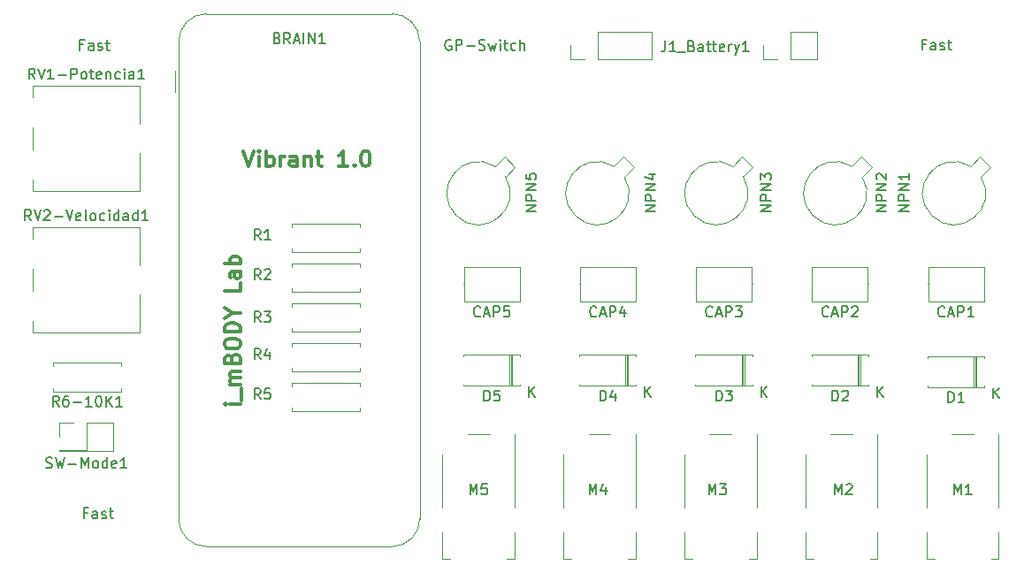
<source format=gbr>
%TF.GenerationSoftware,KiCad,Pcbnew,(6.0.5-0)*%
%TF.CreationDate,2022-05-25T14:46:03+02:00*%
%TF.ProjectId,vibrant,76696272-616e-4742-9e6b-696361645f70,rev?*%
%TF.SameCoordinates,Original*%
%TF.FileFunction,Legend,Top*%
%TF.FilePolarity,Positive*%
%FSLAX46Y46*%
G04 Gerber Fmt 4.6, Leading zero omitted, Abs format (unit mm)*
G04 Created by KiCad (PCBNEW (6.0.5-0)) date 2022-05-25 14:46:03*
%MOMM*%
%LPD*%
G01*
G04 APERTURE LIST*
%ADD10C,0.300000*%
%ADD11C,0.150000*%
%ADD12C,0.120000*%
G04 APERTURE END LIST*
D10*
X48594142Y-63440571D02*
X49094142Y-64940571D01*
X49594142Y-63440571D01*
X50094142Y-64940571D02*
X50094142Y-63940571D01*
X50094142Y-63440571D02*
X50022714Y-63512000D01*
X50094142Y-63583428D01*
X50165571Y-63512000D01*
X50094142Y-63440571D01*
X50094142Y-63583428D01*
X50808428Y-64940571D02*
X50808428Y-63440571D01*
X50808428Y-64012000D02*
X50951285Y-63940571D01*
X51237000Y-63940571D01*
X51379857Y-64012000D01*
X51451285Y-64083428D01*
X51522714Y-64226285D01*
X51522714Y-64654857D01*
X51451285Y-64797714D01*
X51379857Y-64869142D01*
X51237000Y-64940571D01*
X50951285Y-64940571D01*
X50808428Y-64869142D01*
X52165571Y-64940571D02*
X52165571Y-63940571D01*
X52165571Y-64226285D02*
X52237000Y-64083428D01*
X52308428Y-64012000D01*
X52451285Y-63940571D01*
X52594142Y-63940571D01*
X53737000Y-64940571D02*
X53737000Y-64154857D01*
X53665571Y-64012000D01*
X53522714Y-63940571D01*
X53237000Y-63940571D01*
X53094142Y-64012000D01*
X53737000Y-64869142D02*
X53594142Y-64940571D01*
X53237000Y-64940571D01*
X53094142Y-64869142D01*
X53022714Y-64726285D01*
X53022714Y-64583428D01*
X53094142Y-64440571D01*
X53237000Y-64369142D01*
X53594142Y-64369142D01*
X53737000Y-64297714D01*
X54451285Y-63940571D02*
X54451285Y-64940571D01*
X54451285Y-64083428D02*
X54522714Y-64012000D01*
X54665571Y-63940571D01*
X54879857Y-63940571D01*
X55022714Y-64012000D01*
X55094142Y-64154857D01*
X55094142Y-64940571D01*
X55594142Y-63940571D02*
X56165571Y-63940571D01*
X55808428Y-63440571D02*
X55808428Y-64726285D01*
X55879857Y-64869142D01*
X56022714Y-64940571D01*
X56165571Y-64940571D01*
X58594142Y-64940571D02*
X57737000Y-64940571D01*
X58165571Y-64940571D02*
X58165571Y-63440571D01*
X58022714Y-63654857D01*
X57879857Y-63797714D01*
X57737000Y-63869142D01*
X59237000Y-64797714D02*
X59308428Y-64869142D01*
X59237000Y-64940571D01*
X59165571Y-64869142D01*
X59237000Y-64797714D01*
X59237000Y-64940571D01*
X60237000Y-63440571D02*
X60379857Y-63440571D01*
X60522714Y-63512000D01*
X60594142Y-63583428D01*
X60665571Y-63726285D01*
X60737000Y-64012000D01*
X60737000Y-64369142D01*
X60665571Y-64654857D01*
X60594142Y-64797714D01*
X60522714Y-64869142D01*
X60379857Y-64940571D01*
X60237000Y-64940571D01*
X60094142Y-64869142D01*
X60022714Y-64797714D01*
X59951285Y-64654857D01*
X59879857Y-64369142D01*
X59879857Y-64012000D01*
X59951285Y-63726285D01*
X60022714Y-63583428D01*
X60094142Y-63512000D01*
X60237000Y-63440571D01*
X48303571Y-87680714D02*
X47303571Y-87680714D01*
X46803571Y-87680714D02*
X46875000Y-87752142D01*
X46946428Y-87680714D01*
X46875000Y-87609285D01*
X46803571Y-87680714D01*
X46946428Y-87680714D01*
X48446428Y-87323571D02*
X48446428Y-86180714D01*
X48303571Y-85823571D02*
X47303571Y-85823571D01*
X47446428Y-85823571D02*
X47375000Y-85752142D01*
X47303571Y-85609285D01*
X47303571Y-85395000D01*
X47375000Y-85252142D01*
X47517857Y-85180714D01*
X48303571Y-85180714D01*
X47517857Y-85180714D02*
X47375000Y-85109285D01*
X47303571Y-84966428D01*
X47303571Y-84752142D01*
X47375000Y-84609285D01*
X47517857Y-84537857D01*
X48303571Y-84537857D01*
X47517857Y-83323571D02*
X47589285Y-83109285D01*
X47660714Y-83037857D01*
X47803571Y-82966428D01*
X48017857Y-82966428D01*
X48160714Y-83037857D01*
X48232142Y-83109285D01*
X48303571Y-83252142D01*
X48303571Y-83823571D01*
X46803571Y-83823571D01*
X46803571Y-83323571D01*
X46875000Y-83180714D01*
X46946428Y-83109285D01*
X47089285Y-83037857D01*
X47232142Y-83037857D01*
X47375000Y-83109285D01*
X47446428Y-83180714D01*
X47517857Y-83323571D01*
X47517857Y-83823571D01*
X46803571Y-82037857D02*
X46803571Y-81752142D01*
X46875000Y-81609285D01*
X47017857Y-81466428D01*
X47303571Y-81395000D01*
X47803571Y-81395000D01*
X48089285Y-81466428D01*
X48232142Y-81609285D01*
X48303571Y-81752142D01*
X48303571Y-82037857D01*
X48232142Y-82180714D01*
X48089285Y-82323571D01*
X47803571Y-82395000D01*
X47303571Y-82395000D01*
X47017857Y-82323571D01*
X46875000Y-82180714D01*
X46803571Y-82037857D01*
X48303571Y-80752142D02*
X46803571Y-80752142D01*
X46803571Y-80395000D01*
X46875000Y-80180714D01*
X47017857Y-80037857D01*
X47160714Y-79966428D01*
X47446428Y-79895000D01*
X47660714Y-79895000D01*
X47946428Y-79966428D01*
X48089285Y-80037857D01*
X48232142Y-80180714D01*
X48303571Y-80395000D01*
X48303571Y-80752142D01*
X47589285Y-78966428D02*
X48303571Y-78966428D01*
X46803571Y-79466428D02*
X47589285Y-78966428D01*
X46803571Y-78466428D01*
X48303571Y-76109285D02*
X48303571Y-76823571D01*
X46803571Y-76823571D01*
X48303571Y-74966428D02*
X47517857Y-74966428D01*
X47375000Y-75037857D01*
X47303571Y-75180714D01*
X47303571Y-75466428D01*
X47375000Y-75609285D01*
X48232142Y-74966428D02*
X48303571Y-75109285D01*
X48303571Y-75466428D01*
X48232142Y-75609285D01*
X48089285Y-75680714D01*
X47946428Y-75680714D01*
X47803571Y-75609285D01*
X47732142Y-75466428D01*
X47732142Y-75109285D01*
X47660714Y-74966428D01*
X48303571Y-74252142D02*
X46803571Y-74252142D01*
X47375000Y-74252142D02*
X47303571Y-74109285D01*
X47303571Y-73823571D01*
X47375000Y-73680714D01*
X47446428Y-73609285D01*
X47589285Y-73537857D01*
X48017857Y-73537857D01*
X48160714Y-73609285D01*
X48232142Y-73680714D01*
X48303571Y-73823571D01*
X48303571Y-74109285D01*
X48232142Y-74252142D01*
D11*
%TO.C,NPN1*%
X112339380Y-69222714D02*
X111339380Y-69222714D01*
X112339380Y-68651285D01*
X111339380Y-68651285D01*
X112339380Y-68175095D02*
X111339380Y-68175095D01*
X111339380Y-67794142D01*
X111387000Y-67698904D01*
X111434619Y-67651285D01*
X111529857Y-67603666D01*
X111672714Y-67603666D01*
X111767952Y-67651285D01*
X111815571Y-67698904D01*
X111863190Y-67794142D01*
X111863190Y-68175095D01*
X112339380Y-67175095D02*
X111339380Y-67175095D01*
X112339380Y-66603666D01*
X111339380Y-66603666D01*
X112339380Y-65603666D02*
X112339380Y-66175095D01*
X112339380Y-65889380D02*
X111339380Y-65889380D01*
X111482238Y-65984619D01*
X111577476Y-66079857D01*
X111625095Y-66175095D01*
%TO.C,BRAIN1*%
X51854361Y-52633571D02*
X51997219Y-52681190D01*
X52044838Y-52728809D01*
X52092457Y-52824047D01*
X52092457Y-52966904D01*
X52044838Y-53062142D01*
X51997219Y-53109761D01*
X51901980Y-53157380D01*
X51521028Y-53157380D01*
X51521028Y-52157380D01*
X51854361Y-52157380D01*
X51949600Y-52205000D01*
X51997219Y-52252619D01*
X52044838Y-52347857D01*
X52044838Y-52443095D01*
X51997219Y-52538333D01*
X51949600Y-52585952D01*
X51854361Y-52633571D01*
X51521028Y-52633571D01*
X53092457Y-53157380D02*
X52759123Y-52681190D01*
X52521028Y-53157380D02*
X52521028Y-52157380D01*
X52901980Y-52157380D01*
X52997219Y-52205000D01*
X53044838Y-52252619D01*
X53092457Y-52347857D01*
X53092457Y-52490714D01*
X53044838Y-52585952D01*
X52997219Y-52633571D01*
X52901980Y-52681190D01*
X52521028Y-52681190D01*
X53473409Y-52871666D02*
X53949600Y-52871666D01*
X53378171Y-53157380D02*
X53711504Y-52157380D01*
X54044838Y-53157380D01*
X54378171Y-53157380D02*
X54378171Y-52157380D01*
X54854361Y-53157380D02*
X54854361Y-52157380D01*
X55425790Y-53157380D01*
X55425790Y-52157380D01*
X56425790Y-53157380D02*
X55854361Y-53157380D01*
X56140076Y-53157380D02*
X56140076Y-52157380D01*
X56044838Y-52300238D01*
X55949600Y-52395476D01*
X55854361Y-52443095D01*
%TO.C,NPN5*%
X76652380Y-69222714D02*
X75652380Y-69222714D01*
X76652380Y-68651285D01*
X75652380Y-68651285D01*
X76652380Y-68175095D02*
X75652380Y-68175095D01*
X75652380Y-67794142D01*
X75700000Y-67698904D01*
X75747619Y-67651285D01*
X75842857Y-67603666D01*
X75985714Y-67603666D01*
X76080952Y-67651285D01*
X76128571Y-67698904D01*
X76176190Y-67794142D01*
X76176190Y-68175095D01*
X76652380Y-67175095D02*
X75652380Y-67175095D01*
X76652380Y-66603666D01*
X75652380Y-66603666D01*
X75652380Y-65651285D02*
X75652380Y-66127476D01*
X76128571Y-66175095D01*
X76080952Y-66127476D01*
X76033333Y-66032238D01*
X76033333Y-65794142D01*
X76080952Y-65698904D01*
X76128571Y-65651285D01*
X76223809Y-65603666D01*
X76461904Y-65603666D01*
X76557142Y-65651285D01*
X76604761Y-65698904D01*
X76652380Y-65794142D01*
X76652380Y-66032238D01*
X76604761Y-66127476D01*
X76557142Y-66175095D01*
%TO.C,R5*%
X50252333Y-87193380D02*
X49919000Y-86717190D01*
X49680904Y-87193380D02*
X49680904Y-86193380D01*
X50061857Y-86193380D01*
X50157095Y-86241000D01*
X50204714Y-86288619D01*
X50252333Y-86383857D01*
X50252333Y-86526714D01*
X50204714Y-86621952D01*
X50157095Y-86669571D01*
X50061857Y-86717190D01*
X49680904Y-86717190D01*
X51157095Y-86193380D02*
X50680904Y-86193380D01*
X50633285Y-86669571D01*
X50680904Y-86621952D01*
X50776142Y-86574333D01*
X51014238Y-86574333D01*
X51109476Y-86621952D01*
X51157095Y-86669571D01*
X51204714Y-86764809D01*
X51204714Y-87002904D01*
X51157095Y-87098142D01*
X51109476Y-87145761D01*
X51014238Y-87193380D01*
X50776142Y-87193380D01*
X50680904Y-87145761D01*
X50633285Y-87098142D01*
%TO.C,GP-Switch*%
X68493095Y-52840000D02*
X68397857Y-52792380D01*
X68255000Y-52792380D01*
X68112142Y-52840000D01*
X68016904Y-52935238D01*
X67969285Y-53030476D01*
X67921666Y-53220952D01*
X67921666Y-53363809D01*
X67969285Y-53554285D01*
X68016904Y-53649523D01*
X68112142Y-53744761D01*
X68255000Y-53792380D01*
X68350238Y-53792380D01*
X68493095Y-53744761D01*
X68540714Y-53697142D01*
X68540714Y-53363809D01*
X68350238Y-53363809D01*
X68969285Y-53792380D02*
X68969285Y-52792380D01*
X69350238Y-52792380D01*
X69445476Y-52840000D01*
X69493095Y-52887619D01*
X69540714Y-52982857D01*
X69540714Y-53125714D01*
X69493095Y-53220952D01*
X69445476Y-53268571D01*
X69350238Y-53316190D01*
X68969285Y-53316190D01*
X69969285Y-53411428D02*
X70731190Y-53411428D01*
X71159761Y-53744761D02*
X71302619Y-53792380D01*
X71540714Y-53792380D01*
X71635952Y-53744761D01*
X71683571Y-53697142D01*
X71731190Y-53601904D01*
X71731190Y-53506666D01*
X71683571Y-53411428D01*
X71635952Y-53363809D01*
X71540714Y-53316190D01*
X71350238Y-53268571D01*
X71255000Y-53220952D01*
X71207380Y-53173333D01*
X71159761Y-53078095D01*
X71159761Y-52982857D01*
X71207380Y-52887619D01*
X71255000Y-52840000D01*
X71350238Y-52792380D01*
X71588333Y-52792380D01*
X71731190Y-52840000D01*
X72064523Y-53125714D02*
X72255000Y-53792380D01*
X72445476Y-53316190D01*
X72635952Y-53792380D01*
X72826428Y-53125714D01*
X73207380Y-53792380D02*
X73207380Y-53125714D01*
X73207380Y-52792380D02*
X73159761Y-52840000D01*
X73207380Y-52887619D01*
X73255000Y-52840000D01*
X73207380Y-52792380D01*
X73207380Y-52887619D01*
X73540714Y-53125714D02*
X73921666Y-53125714D01*
X73683571Y-52792380D02*
X73683571Y-53649523D01*
X73731190Y-53744761D01*
X73826428Y-53792380D01*
X73921666Y-53792380D01*
X74683571Y-53744761D02*
X74588333Y-53792380D01*
X74397857Y-53792380D01*
X74302619Y-53744761D01*
X74255000Y-53697142D01*
X74207380Y-53601904D01*
X74207380Y-53316190D01*
X74255000Y-53220952D01*
X74302619Y-53173333D01*
X74397857Y-53125714D01*
X74588333Y-53125714D01*
X74683571Y-53173333D01*
X75112142Y-53792380D02*
X75112142Y-52792380D01*
X75540714Y-53792380D02*
X75540714Y-53268571D01*
X75493095Y-53173333D01*
X75397857Y-53125714D01*
X75255000Y-53125714D01*
X75159761Y-53173333D01*
X75112142Y-53220952D01*
%TO.C,M5*%
X70310476Y-96337380D02*
X70310476Y-95337380D01*
X70643809Y-96051666D01*
X70977142Y-95337380D01*
X70977142Y-96337380D01*
X71929523Y-95337380D02*
X71453333Y-95337380D01*
X71405714Y-95813571D01*
X71453333Y-95765952D01*
X71548571Y-95718333D01*
X71786666Y-95718333D01*
X71881904Y-95765952D01*
X71929523Y-95813571D01*
X71977142Y-95908809D01*
X71977142Y-96146904D01*
X71929523Y-96242142D01*
X71881904Y-96289761D01*
X71786666Y-96337380D01*
X71548571Y-96337380D01*
X71453333Y-96289761D01*
X71405714Y-96242142D01*
%TO.C,M4*%
X81740476Y-96337380D02*
X81740476Y-95337380D01*
X82073809Y-96051666D01*
X82407142Y-95337380D01*
X82407142Y-96337380D01*
X83311904Y-95670714D02*
X83311904Y-96337380D01*
X83073809Y-95289761D02*
X82835714Y-96004047D01*
X83454761Y-96004047D01*
%TO.C,M3*%
X93170476Y-96337380D02*
X93170476Y-95337380D01*
X93503809Y-96051666D01*
X93837142Y-95337380D01*
X93837142Y-96337380D01*
X94218095Y-95337380D02*
X94837142Y-95337380D01*
X94503809Y-95718333D01*
X94646666Y-95718333D01*
X94741904Y-95765952D01*
X94789523Y-95813571D01*
X94837142Y-95908809D01*
X94837142Y-96146904D01*
X94789523Y-96242142D01*
X94741904Y-96289761D01*
X94646666Y-96337380D01*
X94360952Y-96337380D01*
X94265714Y-96289761D01*
X94218095Y-96242142D01*
%TO.C,M2*%
X105235476Y-96337380D02*
X105235476Y-95337380D01*
X105568809Y-96051666D01*
X105902142Y-95337380D01*
X105902142Y-96337380D01*
X106330714Y-95432619D02*
X106378333Y-95385000D01*
X106473571Y-95337380D01*
X106711666Y-95337380D01*
X106806904Y-95385000D01*
X106854523Y-95432619D01*
X106902142Y-95527857D01*
X106902142Y-95623095D01*
X106854523Y-95765952D01*
X106283095Y-96337380D01*
X106902142Y-96337380D01*
%TO.C,J1_Battery1*%
X89003666Y-52919380D02*
X89003666Y-53633666D01*
X88956047Y-53776523D01*
X88860809Y-53871761D01*
X88717952Y-53919380D01*
X88622714Y-53919380D01*
X90003666Y-53919380D02*
X89432238Y-53919380D01*
X89717952Y-53919380D02*
X89717952Y-52919380D01*
X89622714Y-53062238D01*
X89527476Y-53157476D01*
X89432238Y-53205095D01*
X90194142Y-54014619D02*
X90956047Y-54014619D01*
X91527476Y-53395571D02*
X91670333Y-53443190D01*
X91717952Y-53490809D01*
X91765571Y-53586047D01*
X91765571Y-53728904D01*
X91717952Y-53824142D01*
X91670333Y-53871761D01*
X91575095Y-53919380D01*
X91194142Y-53919380D01*
X91194142Y-52919380D01*
X91527476Y-52919380D01*
X91622714Y-52967000D01*
X91670333Y-53014619D01*
X91717952Y-53109857D01*
X91717952Y-53205095D01*
X91670333Y-53300333D01*
X91622714Y-53347952D01*
X91527476Y-53395571D01*
X91194142Y-53395571D01*
X92622714Y-53919380D02*
X92622714Y-53395571D01*
X92575095Y-53300333D01*
X92479857Y-53252714D01*
X92289380Y-53252714D01*
X92194142Y-53300333D01*
X92622714Y-53871761D02*
X92527476Y-53919380D01*
X92289380Y-53919380D01*
X92194142Y-53871761D01*
X92146523Y-53776523D01*
X92146523Y-53681285D01*
X92194142Y-53586047D01*
X92289380Y-53538428D01*
X92527476Y-53538428D01*
X92622714Y-53490809D01*
X92956047Y-53252714D02*
X93337000Y-53252714D01*
X93098904Y-52919380D02*
X93098904Y-53776523D01*
X93146523Y-53871761D01*
X93241761Y-53919380D01*
X93337000Y-53919380D01*
X93527476Y-53252714D02*
X93908428Y-53252714D01*
X93670333Y-52919380D02*
X93670333Y-53776523D01*
X93717952Y-53871761D01*
X93813190Y-53919380D01*
X93908428Y-53919380D01*
X94622714Y-53871761D02*
X94527476Y-53919380D01*
X94337000Y-53919380D01*
X94241761Y-53871761D01*
X94194142Y-53776523D01*
X94194142Y-53395571D01*
X94241761Y-53300333D01*
X94337000Y-53252714D01*
X94527476Y-53252714D01*
X94622714Y-53300333D01*
X94670333Y-53395571D01*
X94670333Y-53490809D01*
X94194142Y-53586047D01*
X95098904Y-53919380D02*
X95098904Y-53252714D01*
X95098904Y-53443190D02*
X95146523Y-53347952D01*
X95194142Y-53300333D01*
X95289380Y-53252714D01*
X95384619Y-53252714D01*
X95622714Y-53252714D02*
X95860809Y-53919380D01*
X96098904Y-53252714D02*
X95860809Y-53919380D01*
X95765571Y-54157476D01*
X95717952Y-54205095D01*
X95622714Y-54252714D01*
X97003666Y-53919380D02*
X96432238Y-53919380D01*
X96717952Y-53919380D02*
X96717952Y-52919380D01*
X96622714Y-53062238D01*
X96527476Y-53157476D01*
X96432238Y-53205095D01*
%TO.C,M1*%
X116665476Y-96337380D02*
X116665476Y-95337380D01*
X116998809Y-96051666D01*
X117332142Y-95337380D01*
X117332142Y-96337380D01*
X118332142Y-96337380D02*
X117760714Y-96337380D01*
X118046428Y-96337380D02*
X118046428Y-95337380D01*
X117951190Y-95480238D01*
X117855952Y-95575476D01*
X117760714Y-95623095D01*
%TO.C,RV1-Potencia1*%
X28644328Y-56558180D02*
X28310995Y-56081990D01*
X28072900Y-56558180D02*
X28072900Y-55558180D01*
X28453852Y-55558180D01*
X28549090Y-55605800D01*
X28596709Y-55653419D01*
X28644328Y-55748657D01*
X28644328Y-55891514D01*
X28596709Y-55986752D01*
X28549090Y-56034371D01*
X28453852Y-56081990D01*
X28072900Y-56081990D01*
X28930042Y-55558180D02*
X29263376Y-56558180D01*
X29596709Y-55558180D01*
X30453852Y-56558180D02*
X29882423Y-56558180D01*
X30168138Y-56558180D02*
X30168138Y-55558180D01*
X30072900Y-55701038D01*
X29977661Y-55796276D01*
X29882423Y-55843895D01*
X30882423Y-56177228D02*
X31644328Y-56177228D01*
X32120519Y-56558180D02*
X32120519Y-55558180D01*
X32501471Y-55558180D01*
X32596709Y-55605800D01*
X32644328Y-55653419D01*
X32691947Y-55748657D01*
X32691947Y-55891514D01*
X32644328Y-55986752D01*
X32596709Y-56034371D01*
X32501471Y-56081990D01*
X32120519Y-56081990D01*
X33263376Y-56558180D02*
X33168138Y-56510561D01*
X33120519Y-56462942D01*
X33072900Y-56367704D01*
X33072900Y-56081990D01*
X33120519Y-55986752D01*
X33168138Y-55939133D01*
X33263376Y-55891514D01*
X33406233Y-55891514D01*
X33501471Y-55939133D01*
X33549090Y-55986752D01*
X33596709Y-56081990D01*
X33596709Y-56367704D01*
X33549090Y-56462942D01*
X33501471Y-56510561D01*
X33406233Y-56558180D01*
X33263376Y-56558180D01*
X33882423Y-55891514D02*
X34263376Y-55891514D01*
X34025280Y-55558180D02*
X34025280Y-56415323D01*
X34072900Y-56510561D01*
X34168138Y-56558180D01*
X34263376Y-56558180D01*
X34977661Y-56510561D02*
X34882423Y-56558180D01*
X34691947Y-56558180D01*
X34596709Y-56510561D01*
X34549090Y-56415323D01*
X34549090Y-56034371D01*
X34596709Y-55939133D01*
X34691947Y-55891514D01*
X34882423Y-55891514D01*
X34977661Y-55939133D01*
X35025280Y-56034371D01*
X35025280Y-56129609D01*
X34549090Y-56224847D01*
X35453852Y-55891514D02*
X35453852Y-56558180D01*
X35453852Y-55986752D02*
X35501471Y-55939133D01*
X35596709Y-55891514D01*
X35739566Y-55891514D01*
X35834804Y-55939133D01*
X35882423Y-56034371D01*
X35882423Y-56558180D01*
X36787185Y-56510561D02*
X36691947Y-56558180D01*
X36501471Y-56558180D01*
X36406233Y-56510561D01*
X36358614Y-56462942D01*
X36310995Y-56367704D01*
X36310995Y-56081990D01*
X36358614Y-55986752D01*
X36406233Y-55939133D01*
X36501471Y-55891514D01*
X36691947Y-55891514D01*
X36787185Y-55939133D01*
X37215757Y-56558180D02*
X37215757Y-55891514D01*
X37215757Y-55558180D02*
X37168138Y-55605800D01*
X37215757Y-55653419D01*
X37263376Y-55605800D01*
X37215757Y-55558180D01*
X37215757Y-55653419D01*
X38120519Y-56558180D02*
X38120519Y-56034371D01*
X38072900Y-55939133D01*
X37977661Y-55891514D01*
X37787185Y-55891514D01*
X37691947Y-55939133D01*
X38120519Y-56510561D02*
X38025280Y-56558180D01*
X37787185Y-56558180D01*
X37691947Y-56510561D01*
X37644328Y-56415323D01*
X37644328Y-56320085D01*
X37691947Y-56224847D01*
X37787185Y-56177228D01*
X38025280Y-56177228D01*
X38120519Y-56129609D01*
X39120519Y-56558180D02*
X38549090Y-56558180D01*
X38834804Y-56558180D02*
X38834804Y-55558180D01*
X38739566Y-55701038D01*
X38644328Y-55796276D01*
X38549090Y-55843895D01*
%TO.C,CAP4*%
X82407261Y-79227142D02*
X82359642Y-79274761D01*
X82216785Y-79322380D01*
X82121547Y-79322380D01*
X81978690Y-79274761D01*
X81883452Y-79179523D01*
X81835833Y-79084285D01*
X81788214Y-78893809D01*
X81788214Y-78750952D01*
X81835833Y-78560476D01*
X81883452Y-78465238D01*
X81978690Y-78370000D01*
X82121547Y-78322380D01*
X82216785Y-78322380D01*
X82359642Y-78370000D01*
X82407261Y-78417619D01*
X82788214Y-79036666D02*
X83264404Y-79036666D01*
X82692976Y-79322380D02*
X83026309Y-78322380D01*
X83359642Y-79322380D01*
X83692976Y-79322380D02*
X83692976Y-78322380D01*
X84073928Y-78322380D01*
X84169166Y-78370000D01*
X84216785Y-78417619D01*
X84264404Y-78512857D01*
X84264404Y-78655714D01*
X84216785Y-78750952D01*
X84169166Y-78798571D01*
X84073928Y-78846190D01*
X83692976Y-78846190D01*
X85121547Y-78655714D02*
X85121547Y-79322380D01*
X84883452Y-78274761D02*
X84645357Y-78989047D01*
X85264404Y-78989047D01*
%TO.C,R4*%
X50252333Y-83383380D02*
X49919000Y-82907190D01*
X49680904Y-83383380D02*
X49680904Y-82383380D01*
X50061857Y-82383380D01*
X50157095Y-82431000D01*
X50204714Y-82478619D01*
X50252333Y-82573857D01*
X50252333Y-82716714D01*
X50204714Y-82811952D01*
X50157095Y-82859571D01*
X50061857Y-82907190D01*
X49680904Y-82907190D01*
X51109476Y-82716714D02*
X51109476Y-83383380D01*
X50871380Y-82335761D02*
X50633285Y-83050047D01*
X51252333Y-83050047D01*
%TO.C,CAP5*%
X71294761Y-79227142D02*
X71247142Y-79274761D01*
X71104285Y-79322380D01*
X71009047Y-79322380D01*
X70866190Y-79274761D01*
X70770952Y-79179523D01*
X70723333Y-79084285D01*
X70675714Y-78893809D01*
X70675714Y-78750952D01*
X70723333Y-78560476D01*
X70770952Y-78465238D01*
X70866190Y-78370000D01*
X71009047Y-78322380D01*
X71104285Y-78322380D01*
X71247142Y-78370000D01*
X71294761Y-78417619D01*
X71675714Y-79036666D02*
X72151904Y-79036666D01*
X71580476Y-79322380D02*
X71913809Y-78322380D01*
X72247142Y-79322380D01*
X72580476Y-79322380D02*
X72580476Y-78322380D01*
X72961428Y-78322380D01*
X73056666Y-78370000D01*
X73104285Y-78417619D01*
X73151904Y-78512857D01*
X73151904Y-78655714D01*
X73104285Y-78750952D01*
X73056666Y-78798571D01*
X72961428Y-78846190D01*
X72580476Y-78846190D01*
X74056666Y-78322380D02*
X73580476Y-78322380D01*
X73532857Y-78798571D01*
X73580476Y-78750952D01*
X73675714Y-78703333D01*
X73913809Y-78703333D01*
X74009047Y-78750952D01*
X74056666Y-78798571D01*
X74104285Y-78893809D01*
X74104285Y-79131904D01*
X74056666Y-79227142D01*
X74009047Y-79274761D01*
X73913809Y-79322380D01*
X73675714Y-79322380D01*
X73580476Y-79274761D01*
X73532857Y-79227142D01*
%TO.C,Fast*%
X33671000Y-98099571D02*
X33337666Y-98099571D01*
X33337666Y-98623380D02*
X33337666Y-97623380D01*
X33813857Y-97623380D01*
X34623380Y-98623380D02*
X34623380Y-98099571D01*
X34575761Y-98004333D01*
X34480523Y-97956714D01*
X34290047Y-97956714D01*
X34194809Y-98004333D01*
X34623380Y-98575761D02*
X34528142Y-98623380D01*
X34290047Y-98623380D01*
X34194809Y-98575761D01*
X34147190Y-98480523D01*
X34147190Y-98385285D01*
X34194809Y-98290047D01*
X34290047Y-98242428D01*
X34528142Y-98242428D01*
X34623380Y-98194809D01*
X35051952Y-98575761D02*
X35147190Y-98623380D01*
X35337666Y-98623380D01*
X35432904Y-98575761D01*
X35480523Y-98480523D01*
X35480523Y-98432904D01*
X35432904Y-98337666D01*
X35337666Y-98290047D01*
X35194809Y-98290047D01*
X35099571Y-98242428D01*
X35051952Y-98147190D01*
X35051952Y-98099571D01*
X35099571Y-98004333D01*
X35194809Y-97956714D01*
X35337666Y-97956714D01*
X35432904Y-98004333D01*
X35766238Y-97956714D02*
X36147190Y-97956714D01*
X35909095Y-97623380D02*
X35909095Y-98480523D01*
X35956714Y-98575761D01*
X36051952Y-98623380D01*
X36147190Y-98623380D01*
%TO.C,NPN4*%
X88082380Y-69222714D02*
X87082380Y-69222714D01*
X88082380Y-68651285D01*
X87082380Y-68651285D01*
X88082380Y-68175095D02*
X87082380Y-68175095D01*
X87082380Y-67794142D01*
X87130000Y-67698904D01*
X87177619Y-67651285D01*
X87272857Y-67603666D01*
X87415714Y-67603666D01*
X87510952Y-67651285D01*
X87558571Y-67698904D01*
X87606190Y-67794142D01*
X87606190Y-68175095D01*
X88082380Y-67175095D02*
X87082380Y-67175095D01*
X88082380Y-66603666D01*
X87082380Y-66603666D01*
X87415714Y-65698904D02*
X88082380Y-65698904D01*
X87034761Y-65937000D02*
X87749047Y-66175095D01*
X87749047Y-65556047D01*
%TO.C,SW-Mode1*%
X29710757Y-93749761D02*
X29853614Y-93797380D01*
X30091709Y-93797380D01*
X30186947Y-93749761D01*
X30234566Y-93702142D01*
X30282185Y-93606904D01*
X30282185Y-93511666D01*
X30234566Y-93416428D01*
X30186947Y-93368809D01*
X30091709Y-93321190D01*
X29901233Y-93273571D01*
X29805995Y-93225952D01*
X29758376Y-93178333D01*
X29710757Y-93083095D01*
X29710757Y-92987857D01*
X29758376Y-92892619D01*
X29805995Y-92845000D01*
X29901233Y-92797380D01*
X30139328Y-92797380D01*
X30282185Y-92845000D01*
X30615519Y-92797380D02*
X30853614Y-93797380D01*
X31044090Y-93083095D01*
X31234566Y-93797380D01*
X31472661Y-92797380D01*
X31853614Y-93416428D02*
X32615519Y-93416428D01*
X33091709Y-93797380D02*
X33091709Y-92797380D01*
X33425042Y-93511666D01*
X33758376Y-92797380D01*
X33758376Y-93797380D01*
X34377423Y-93797380D02*
X34282185Y-93749761D01*
X34234566Y-93702142D01*
X34186947Y-93606904D01*
X34186947Y-93321190D01*
X34234566Y-93225952D01*
X34282185Y-93178333D01*
X34377423Y-93130714D01*
X34520280Y-93130714D01*
X34615519Y-93178333D01*
X34663138Y-93225952D01*
X34710757Y-93321190D01*
X34710757Y-93606904D01*
X34663138Y-93702142D01*
X34615519Y-93749761D01*
X34520280Y-93797380D01*
X34377423Y-93797380D01*
X35567900Y-93797380D02*
X35567900Y-92797380D01*
X35567900Y-93749761D02*
X35472661Y-93797380D01*
X35282185Y-93797380D01*
X35186947Y-93749761D01*
X35139328Y-93702142D01*
X35091709Y-93606904D01*
X35091709Y-93321190D01*
X35139328Y-93225952D01*
X35186947Y-93178333D01*
X35282185Y-93130714D01*
X35472661Y-93130714D01*
X35567900Y-93178333D01*
X36425042Y-93749761D02*
X36329804Y-93797380D01*
X36139328Y-93797380D01*
X36044090Y-93749761D01*
X35996471Y-93654523D01*
X35996471Y-93273571D01*
X36044090Y-93178333D01*
X36139328Y-93130714D01*
X36329804Y-93130714D01*
X36425042Y-93178333D01*
X36472661Y-93273571D01*
X36472661Y-93368809D01*
X35996471Y-93464047D01*
X37425042Y-93797380D02*
X36853614Y-93797380D01*
X37139328Y-93797380D02*
X37139328Y-92797380D01*
X37044090Y-92940238D01*
X36948852Y-93035476D01*
X36853614Y-93083095D01*
%TO.C,CAP1*%
X115744761Y-79227142D02*
X115697142Y-79274761D01*
X115554285Y-79322380D01*
X115459047Y-79322380D01*
X115316190Y-79274761D01*
X115220952Y-79179523D01*
X115173333Y-79084285D01*
X115125714Y-78893809D01*
X115125714Y-78750952D01*
X115173333Y-78560476D01*
X115220952Y-78465238D01*
X115316190Y-78370000D01*
X115459047Y-78322380D01*
X115554285Y-78322380D01*
X115697142Y-78370000D01*
X115744761Y-78417619D01*
X116125714Y-79036666D02*
X116601904Y-79036666D01*
X116030476Y-79322380D02*
X116363809Y-78322380D01*
X116697142Y-79322380D01*
X117030476Y-79322380D02*
X117030476Y-78322380D01*
X117411428Y-78322380D01*
X117506666Y-78370000D01*
X117554285Y-78417619D01*
X117601904Y-78512857D01*
X117601904Y-78655714D01*
X117554285Y-78750952D01*
X117506666Y-78798571D01*
X117411428Y-78846190D01*
X117030476Y-78846190D01*
X118554285Y-79322380D02*
X117982857Y-79322380D01*
X118268571Y-79322380D02*
X118268571Y-78322380D01*
X118173333Y-78465238D01*
X118078095Y-78560476D01*
X117982857Y-78608095D01*
%TO.C,Fast*%
X113935000Y-53239571D02*
X113601666Y-53239571D01*
X113601666Y-53763380D02*
X113601666Y-52763380D01*
X114077857Y-52763380D01*
X114887380Y-53763380D02*
X114887380Y-53239571D01*
X114839761Y-53144333D01*
X114744523Y-53096714D01*
X114554047Y-53096714D01*
X114458809Y-53144333D01*
X114887380Y-53715761D02*
X114792142Y-53763380D01*
X114554047Y-53763380D01*
X114458809Y-53715761D01*
X114411190Y-53620523D01*
X114411190Y-53525285D01*
X114458809Y-53430047D01*
X114554047Y-53382428D01*
X114792142Y-53382428D01*
X114887380Y-53334809D01*
X115315952Y-53715761D02*
X115411190Y-53763380D01*
X115601666Y-53763380D01*
X115696904Y-53715761D01*
X115744523Y-53620523D01*
X115744523Y-53572904D01*
X115696904Y-53477666D01*
X115601666Y-53430047D01*
X115458809Y-53430047D01*
X115363571Y-53382428D01*
X115315952Y-53287190D01*
X115315952Y-53239571D01*
X115363571Y-53144333D01*
X115458809Y-53096714D01*
X115601666Y-53096714D01*
X115696904Y-53144333D01*
X116030238Y-53096714D02*
X116411190Y-53096714D01*
X116173095Y-52763380D02*
X116173095Y-53620523D01*
X116220714Y-53715761D01*
X116315952Y-53763380D01*
X116411190Y-53763380D01*
%TO.C,D2*%
X104989404Y-87377380D02*
X104989404Y-86377380D01*
X105227500Y-86377380D01*
X105370357Y-86425000D01*
X105465595Y-86520238D01*
X105513214Y-86615476D01*
X105560833Y-86805952D01*
X105560833Y-86948809D01*
X105513214Y-87139285D01*
X105465595Y-87234523D01*
X105370357Y-87329761D01*
X105227500Y-87377380D01*
X104989404Y-87377380D01*
X105941785Y-86472619D02*
X105989404Y-86425000D01*
X106084642Y-86377380D01*
X106322738Y-86377380D01*
X106417976Y-86425000D01*
X106465595Y-86472619D01*
X106513214Y-86567857D01*
X106513214Y-86663095D01*
X106465595Y-86805952D01*
X105894166Y-87377380D01*
X106513214Y-87377380D01*
X109275595Y-87007380D02*
X109275595Y-86007380D01*
X109847023Y-87007380D02*
X109418452Y-86435952D01*
X109847023Y-86007380D02*
X109275595Y-86578809D01*
%TO.C,D3*%
X93876904Y-87377380D02*
X93876904Y-86377380D01*
X94115000Y-86377380D01*
X94257857Y-86425000D01*
X94353095Y-86520238D01*
X94400714Y-86615476D01*
X94448333Y-86805952D01*
X94448333Y-86948809D01*
X94400714Y-87139285D01*
X94353095Y-87234523D01*
X94257857Y-87329761D01*
X94115000Y-87377380D01*
X93876904Y-87377380D01*
X94781666Y-86377380D02*
X95400714Y-86377380D01*
X95067380Y-86758333D01*
X95210238Y-86758333D01*
X95305476Y-86805952D01*
X95353095Y-86853571D01*
X95400714Y-86948809D01*
X95400714Y-87186904D01*
X95353095Y-87282142D01*
X95305476Y-87329761D01*
X95210238Y-87377380D01*
X94924523Y-87377380D01*
X94829285Y-87329761D01*
X94781666Y-87282142D01*
X98163095Y-87007380D02*
X98163095Y-86007380D01*
X98734523Y-87007380D02*
X98305952Y-86435952D01*
X98734523Y-86007380D02*
X98163095Y-86578809D01*
%TO.C,NPN3*%
X99131380Y-69222714D02*
X98131380Y-69222714D01*
X99131380Y-68651285D01*
X98131380Y-68651285D01*
X99131380Y-68175095D02*
X98131380Y-68175095D01*
X98131380Y-67794142D01*
X98179000Y-67698904D01*
X98226619Y-67651285D01*
X98321857Y-67603666D01*
X98464714Y-67603666D01*
X98559952Y-67651285D01*
X98607571Y-67698904D01*
X98655190Y-67794142D01*
X98655190Y-68175095D01*
X99131380Y-67175095D02*
X98131380Y-67175095D01*
X99131380Y-66603666D01*
X98131380Y-66603666D01*
X98131380Y-66222714D02*
X98131380Y-65603666D01*
X98512333Y-65937000D01*
X98512333Y-65794142D01*
X98559952Y-65698904D01*
X98607571Y-65651285D01*
X98702809Y-65603666D01*
X98940904Y-65603666D01*
X99036142Y-65651285D01*
X99083761Y-65698904D01*
X99131380Y-65794142D01*
X99131380Y-66079857D01*
X99083761Y-66175095D01*
X99036142Y-66222714D01*
%TO.C,D4*%
X82764404Y-87377380D02*
X82764404Y-86377380D01*
X83002500Y-86377380D01*
X83145357Y-86425000D01*
X83240595Y-86520238D01*
X83288214Y-86615476D01*
X83335833Y-86805952D01*
X83335833Y-86948809D01*
X83288214Y-87139285D01*
X83240595Y-87234523D01*
X83145357Y-87329761D01*
X83002500Y-87377380D01*
X82764404Y-87377380D01*
X84192976Y-86710714D02*
X84192976Y-87377380D01*
X83954880Y-86329761D02*
X83716785Y-87044047D01*
X84335833Y-87044047D01*
X87050595Y-87007380D02*
X87050595Y-86007380D01*
X87622023Y-87007380D02*
X87193452Y-86435952D01*
X87622023Y-86007380D02*
X87050595Y-86578809D01*
%TO.C,CAP2*%
X104632261Y-79227142D02*
X104584642Y-79274761D01*
X104441785Y-79322380D01*
X104346547Y-79322380D01*
X104203690Y-79274761D01*
X104108452Y-79179523D01*
X104060833Y-79084285D01*
X104013214Y-78893809D01*
X104013214Y-78750952D01*
X104060833Y-78560476D01*
X104108452Y-78465238D01*
X104203690Y-78370000D01*
X104346547Y-78322380D01*
X104441785Y-78322380D01*
X104584642Y-78370000D01*
X104632261Y-78417619D01*
X105013214Y-79036666D02*
X105489404Y-79036666D01*
X104917976Y-79322380D02*
X105251309Y-78322380D01*
X105584642Y-79322380D01*
X105917976Y-79322380D02*
X105917976Y-78322380D01*
X106298928Y-78322380D01*
X106394166Y-78370000D01*
X106441785Y-78417619D01*
X106489404Y-78512857D01*
X106489404Y-78655714D01*
X106441785Y-78750952D01*
X106394166Y-78798571D01*
X106298928Y-78846190D01*
X105917976Y-78846190D01*
X106870357Y-78417619D02*
X106917976Y-78370000D01*
X107013214Y-78322380D01*
X107251309Y-78322380D01*
X107346547Y-78370000D01*
X107394166Y-78417619D01*
X107441785Y-78512857D01*
X107441785Y-78608095D01*
X107394166Y-78750952D01*
X106822738Y-79322380D01*
X107441785Y-79322380D01*
%TO.C,Fast*%
X33290000Y-53268571D02*
X32956666Y-53268571D01*
X32956666Y-53792380D02*
X32956666Y-52792380D01*
X33432857Y-52792380D01*
X34242380Y-53792380D02*
X34242380Y-53268571D01*
X34194761Y-53173333D01*
X34099523Y-53125714D01*
X33909047Y-53125714D01*
X33813809Y-53173333D01*
X34242380Y-53744761D02*
X34147142Y-53792380D01*
X33909047Y-53792380D01*
X33813809Y-53744761D01*
X33766190Y-53649523D01*
X33766190Y-53554285D01*
X33813809Y-53459047D01*
X33909047Y-53411428D01*
X34147142Y-53411428D01*
X34242380Y-53363809D01*
X34670952Y-53744761D02*
X34766190Y-53792380D01*
X34956666Y-53792380D01*
X35051904Y-53744761D01*
X35099523Y-53649523D01*
X35099523Y-53601904D01*
X35051904Y-53506666D01*
X34956666Y-53459047D01*
X34813809Y-53459047D01*
X34718571Y-53411428D01*
X34670952Y-53316190D01*
X34670952Y-53268571D01*
X34718571Y-53173333D01*
X34813809Y-53125714D01*
X34956666Y-53125714D01*
X35051904Y-53173333D01*
X35385238Y-53125714D02*
X35766190Y-53125714D01*
X35528095Y-52792380D02*
X35528095Y-53649523D01*
X35575714Y-53744761D01*
X35670952Y-53792380D01*
X35766190Y-53792380D01*
%TO.C,R6-10K1*%
X30940714Y-87912380D02*
X30607380Y-87436190D01*
X30369285Y-87912380D02*
X30369285Y-86912380D01*
X30750238Y-86912380D01*
X30845476Y-86960000D01*
X30893095Y-87007619D01*
X30940714Y-87102857D01*
X30940714Y-87245714D01*
X30893095Y-87340952D01*
X30845476Y-87388571D01*
X30750238Y-87436190D01*
X30369285Y-87436190D01*
X31797857Y-86912380D02*
X31607380Y-86912380D01*
X31512142Y-86960000D01*
X31464523Y-87007619D01*
X31369285Y-87150476D01*
X31321666Y-87340952D01*
X31321666Y-87721904D01*
X31369285Y-87817142D01*
X31416904Y-87864761D01*
X31512142Y-87912380D01*
X31702619Y-87912380D01*
X31797857Y-87864761D01*
X31845476Y-87817142D01*
X31893095Y-87721904D01*
X31893095Y-87483809D01*
X31845476Y-87388571D01*
X31797857Y-87340952D01*
X31702619Y-87293333D01*
X31512142Y-87293333D01*
X31416904Y-87340952D01*
X31369285Y-87388571D01*
X31321666Y-87483809D01*
X32321666Y-87531428D02*
X33083571Y-87531428D01*
X34083571Y-87912380D02*
X33512142Y-87912380D01*
X33797857Y-87912380D02*
X33797857Y-86912380D01*
X33702619Y-87055238D01*
X33607380Y-87150476D01*
X33512142Y-87198095D01*
X34702619Y-86912380D02*
X34797857Y-86912380D01*
X34893095Y-86960000D01*
X34940714Y-87007619D01*
X34988333Y-87102857D01*
X35035952Y-87293333D01*
X35035952Y-87531428D01*
X34988333Y-87721904D01*
X34940714Y-87817142D01*
X34893095Y-87864761D01*
X34797857Y-87912380D01*
X34702619Y-87912380D01*
X34607380Y-87864761D01*
X34559761Y-87817142D01*
X34512142Y-87721904D01*
X34464523Y-87531428D01*
X34464523Y-87293333D01*
X34512142Y-87102857D01*
X34559761Y-87007619D01*
X34607380Y-86960000D01*
X34702619Y-86912380D01*
X35464523Y-87912380D02*
X35464523Y-86912380D01*
X36035952Y-87912380D02*
X35607380Y-87340952D01*
X36035952Y-86912380D02*
X35464523Y-87483809D01*
X36988333Y-87912380D02*
X36416904Y-87912380D01*
X36702619Y-87912380D02*
X36702619Y-86912380D01*
X36607380Y-87055238D01*
X36512142Y-87150476D01*
X36416904Y-87198095D01*
%TO.C,CAP3*%
X93519761Y-79227142D02*
X93472142Y-79274761D01*
X93329285Y-79322380D01*
X93234047Y-79322380D01*
X93091190Y-79274761D01*
X92995952Y-79179523D01*
X92948333Y-79084285D01*
X92900714Y-78893809D01*
X92900714Y-78750952D01*
X92948333Y-78560476D01*
X92995952Y-78465238D01*
X93091190Y-78370000D01*
X93234047Y-78322380D01*
X93329285Y-78322380D01*
X93472142Y-78370000D01*
X93519761Y-78417619D01*
X93900714Y-79036666D02*
X94376904Y-79036666D01*
X93805476Y-79322380D02*
X94138809Y-78322380D01*
X94472142Y-79322380D01*
X94805476Y-79322380D02*
X94805476Y-78322380D01*
X95186428Y-78322380D01*
X95281666Y-78370000D01*
X95329285Y-78417619D01*
X95376904Y-78512857D01*
X95376904Y-78655714D01*
X95329285Y-78750952D01*
X95281666Y-78798571D01*
X95186428Y-78846190D01*
X94805476Y-78846190D01*
X95710238Y-78322380D02*
X96329285Y-78322380D01*
X95995952Y-78703333D01*
X96138809Y-78703333D01*
X96234047Y-78750952D01*
X96281666Y-78798571D01*
X96329285Y-78893809D01*
X96329285Y-79131904D01*
X96281666Y-79227142D01*
X96234047Y-79274761D01*
X96138809Y-79322380D01*
X95853095Y-79322380D01*
X95757857Y-79274761D01*
X95710238Y-79227142D01*
%TO.C,R3*%
X50252333Y-79827380D02*
X49919000Y-79351190D01*
X49680904Y-79827380D02*
X49680904Y-78827380D01*
X50061857Y-78827380D01*
X50157095Y-78875000D01*
X50204714Y-78922619D01*
X50252333Y-79017857D01*
X50252333Y-79160714D01*
X50204714Y-79255952D01*
X50157095Y-79303571D01*
X50061857Y-79351190D01*
X49680904Y-79351190D01*
X50585666Y-78827380D02*
X51204714Y-78827380D01*
X50871380Y-79208333D01*
X51014238Y-79208333D01*
X51109476Y-79255952D01*
X51157095Y-79303571D01*
X51204714Y-79398809D01*
X51204714Y-79636904D01*
X51157095Y-79732142D01*
X51109476Y-79779761D01*
X51014238Y-79827380D01*
X50728523Y-79827380D01*
X50633285Y-79779761D01*
X50585666Y-79732142D01*
%TO.C,R2*%
X50252333Y-75763380D02*
X49919000Y-75287190D01*
X49680904Y-75763380D02*
X49680904Y-74763380D01*
X50061857Y-74763380D01*
X50157095Y-74811000D01*
X50204714Y-74858619D01*
X50252333Y-74953857D01*
X50252333Y-75096714D01*
X50204714Y-75191952D01*
X50157095Y-75239571D01*
X50061857Y-75287190D01*
X49680904Y-75287190D01*
X50633285Y-74858619D02*
X50680904Y-74811000D01*
X50776142Y-74763380D01*
X51014238Y-74763380D01*
X51109476Y-74811000D01*
X51157095Y-74858619D01*
X51204714Y-74953857D01*
X51204714Y-75049095D01*
X51157095Y-75191952D01*
X50585666Y-75763380D01*
X51204714Y-75763380D01*
%TO.C,RV2-Velocidad1*%
X28287185Y-70096380D02*
X27953852Y-69620190D01*
X27715757Y-70096380D02*
X27715757Y-69096380D01*
X28096709Y-69096380D01*
X28191947Y-69144000D01*
X28239566Y-69191619D01*
X28287185Y-69286857D01*
X28287185Y-69429714D01*
X28239566Y-69524952D01*
X28191947Y-69572571D01*
X28096709Y-69620190D01*
X27715757Y-69620190D01*
X28572900Y-69096380D02*
X28906233Y-70096380D01*
X29239566Y-69096380D01*
X29525280Y-69191619D02*
X29572899Y-69144000D01*
X29668138Y-69096380D01*
X29906233Y-69096380D01*
X30001471Y-69144000D01*
X30049090Y-69191619D01*
X30096709Y-69286857D01*
X30096709Y-69382095D01*
X30049090Y-69524952D01*
X29477661Y-70096380D01*
X30096709Y-70096380D01*
X30525280Y-69715428D02*
X31287185Y-69715428D01*
X31620519Y-69096380D02*
X31953852Y-70096380D01*
X32287185Y-69096380D01*
X33001471Y-70048761D02*
X32906233Y-70096380D01*
X32715757Y-70096380D01*
X32620519Y-70048761D01*
X32572900Y-69953523D01*
X32572900Y-69572571D01*
X32620519Y-69477333D01*
X32715757Y-69429714D01*
X32906233Y-69429714D01*
X33001471Y-69477333D01*
X33049090Y-69572571D01*
X33049090Y-69667809D01*
X32572900Y-69763047D01*
X33620519Y-70096380D02*
X33525280Y-70048761D01*
X33477661Y-69953523D01*
X33477661Y-69096380D01*
X34144328Y-70096380D02*
X34049090Y-70048761D01*
X34001471Y-70001142D01*
X33953852Y-69905904D01*
X33953852Y-69620190D01*
X34001471Y-69524952D01*
X34049090Y-69477333D01*
X34144328Y-69429714D01*
X34287185Y-69429714D01*
X34382423Y-69477333D01*
X34430042Y-69524952D01*
X34477661Y-69620190D01*
X34477661Y-69905904D01*
X34430042Y-70001142D01*
X34382423Y-70048761D01*
X34287185Y-70096380D01*
X34144328Y-70096380D01*
X35334804Y-70048761D02*
X35239566Y-70096380D01*
X35049090Y-70096380D01*
X34953852Y-70048761D01*
X34906233Y-70001142D01*
X34858614Y-69905904D01*
X34858614Y-69620190D01*
X34906233Y-69524952D01*
X34953852Y-69477333D01*
X35049090Y-69429714D01*
X35239566Y-69429714D01*
X35334804Y-69477333D01*
X35763376Y-70096380D02*
X35763376Y-69429714D01*
X35763376Y-69096380D02*
X35715757Y-69144000D01*
X35763376Y-69191619D01*
X35810995Y-69144000D01*
X35763376Y-69096380D01*
X35763376Y-69191619D01*
X36668138Y-70096380D02*
X36668138Y-69096380D01*
X36668138Y-70048761D02*
X36572900Y-70096380D01*
X36382423Y-70096380D01*
X36287185Y-70048761D01*
X36239566Y-70001142D01*
X36191947Y-69905904D01*
X36191947Y-69620190D01*
X36239566Y-69524952D01*
X36287185Y-69477333D01*
X36382423Y-69429714D01*
X36572900Y-69429714D01*
X36668138Y-69477333D01*
X37572900Y-70096380D02*
X37572900Y-69572571D01*
X37525280Y-69477333D01*
X37430042Y-69429714D01*
X37239566Y-69429714D01*
X37144328Y-69477333D01*
X37572900Y-70048761D02*
X37477661Y-70096380D01*
X37239566Y-70096380D01*
X37144328Y-70048761D01*
X37096709Y-69953523D01*
X37096709Y-69858285D01*
X37144328Y-69763047D01*
X37239566Y-69715428D01*
X37477661Y-69715428D01*
X37572900Y-69667809D01*
X38477661Y-70096380D02*
X38477661Y-69096380D01*
X38477661Y-70048761D02*
X38382423Y-70096380D01*
X38191947Y-70096380D01*
X38096709Y-70048761D01*
X38049090Y-70001142D01*
X38001471Y-69905904D01*
X38001471Y-69620190D01*
X38049090Y-69524952D01*
X38096709Y-69477333D01*
X38191947Y-69429714D01*
X38382423Y-69429714D01*
X38477661Y-69477333D01*
X39477661Y-70096380D02*
X38906233Y-70096380D01*
X39191947Y-70096380D02*
X39191947Y-69096380D01*
X39096709Y-69239238D01*
X39001471Y-69334476D01*
X38906233Y-69382095D01*
%TO.C,NPN2*%
X110180380Y-69222714D02*
X109180380Y-69222714D01*
X110180380Y-68651285D01*
X109180380Y-68651285D01*
X110180380Y-68175095D02*
X109180380Y-68175095D01*
X109180380Y-67794142D01*
X109228000Y-67698904D01*
X109275619Y-67651285D01*
X109370857Y-67603666D01*
X109513714Y-67603666D01*
X109608952Y-67651285D01*
X109656571Y-67698904D01*
X109704190Y-67794142D01*
X109704190Y-68175095D01*
X110180380Y-67175095D02*
X109180380Y-67175095D01*
X110180380Y-66603666D01*
X109180380Y-66603666D01*
X109275619Y-66175095D02*
X109228000Y-66127476D01*
X109180380Y-66032238D01*
X109180380Y-65794142D01*
X109228000Y-65698904D01*
X109275619Y-65651285D01*
X109370857Y-65603666D01*
X109466095Y-65603666D01*
X109608952Y-65651285D01*
X110180380Y-66222714D01*
X110180380Y-65603666D01*
%TO.C,D1*%
X116101904Y-87506187D02*
X116101904Y-86506187D01*
X116340000Y-86506187D01*
X116482857Y-86553807D01*
X116578095Y-86649045D01*
X116625714Y-86744283D01*
X116673333Y-86934759D01*
X116673333Y-87077616D01*
X116625714Y-87268092D01*
X116578095Y-87363330D01*
X116482857Y-87458568D01*
X116340000Y-87506187D01*
X116101904Y-87506187D01*
X117625714Y-87506187D02*
X117054285Y-87506187D01*
X117340000Y-87506187D02*
X117340000Y-86506187D01*
X117244761Y-86649045D01*
X117149523Y-86744283D01*
X117054285Y-86791902D01*
X120388095Y-87136187D02*
X120388095Y-86136187D01*
X120959523Y-87136187D02*
X120530952Y-86564759D01*
X120959523Y-86136187D02*
X120388095Y-86707616D01*
%TO.C,D5*%
X71651904Y-87377380D02*
X71651904Y-86377380D01*
X71890000Y-86377380D01*
X72032857Y-86425000D01*
X72128095Y-86520238D01*
X72175714Y-86615476D01*
X72223333Y-86805952D01*
X72223333Y-86948809D01*
X72175714Y-87139285D01*
X72128095Y-87234523D01*
X72032857Y-87329761D01*
X71890000Y-87377380D01*
X71651904Y-87377380D01*
X73128095Y-86377380D02*
X72651904Y-86377380D01*
X72604285Y-86853571D01*
X72651904Y-86805952D01*
X72747142Y-86758333D01*
X72985238Y-86758333D01*
X73080476Y-86805952D01*
X73128095Y-86853571D01*
X73175714Y-86948809D01*
X73175714Y-87186904D01*
X73128095Y-87282142D01*
X73080476Y-87329761D01*
X72985238Y-87377380D01*
X72747142Y-87377380D01*
X72651904Y-87329761D01*
X72604285Y-87282142D01*
X75938095Y-87007380D02*
X75938095Y-86007380D01*
X76509523Y-87007380D02*
X76080952Y-86435952D01*
X76509523Y-86007380D02*
X75938095Y-86578809D01*
%TO.C,R1*%
X50252333Y-71953380D02*
X49919000Y-71477190D01*
X49680904Y-71953380D02*
X49680904Y-70953380D01*
X50061857Y-70953380D01*
X50157095Y-71001000D01*
X50204714Y-71048619D01*
X50252333Y-71143857D01*
X50252333Y-71286714D01*
X50204714Y-71381952D01*
X50157095Y-71429571D01*
X50061857Y-71477190D01*
X49680904Y-71477190D01*
X51204714Y-71953380D02*
X50633285Y-71953380D01*
X50919000Y-71953380D02*
X50919000Y-70953380D01*
X50823761Y-71096238D01*
X50728523Y-71191476D01*
X50633285Y-71239095D01*
D12*
%TO.C,NPN1*%
X118237820Y-64922574D02*
G75*
G03*
X119227557Y-65912393I-1582544J-2572150D01*
G01*
X119149775Y-64010276D02*
X118237607Y-64922443D01*
X119227557Y-65912393D02*
X120139724Y-65000225D01*
X120139724Y-65000225D02*
X119149775Y-64010276D01*
%TO.C,BRAIN1*%
X65489600Y-52959000D02*
G75*
G03*
X62839600Y-50309000I-2650000J0D01*
G01*
X42409600Y-98679000D02*
G75*
G03*
X45059600Y-101329000I2650000J0D01*
G01*
X45059600Y-50309000D02*
G75*
G03*
X42409600Y-52959000I0J-2650000D01*
G01*
X62839600Y-101329000D02*
G75*
G03*
X65489600Y-98679000I0J2650000D01*
G01*
X65489600Y-52959000D02*
X65489600Y-98679000D01*
X42409600Y-52959000D02*
X42409600Y-98679000D01*
X62839600Y-101329000D02*
X45059600Y-101329000D01*
X62839600Y-50309000D02*
X45059600Y-50309000D01*
X42089600Y-57769000D02*
X42089600Y-55769000D01*
%TO.C,NPN5*%
X72702544Y-64922574D02*
G75*
G03*
X73692281Y-65912393I-1582544J-2572150D01*
G01*
X74604448Y-65000225D02*
X73614499Y-64010276D01*
X73692281Y-65912393D02*
X74604448Y-65000225D01*
X73614499Y-64010276D02*
X72702331Y-64922443D01*
%TO.C,R5*%
X53245000Y-85625000D02*
X53245000Y-85955000D01*
X59785000Y-88365000D02*
X53245000Y-88365000D01*
X53245000Y-88365000D02*
X53245000Y-88035000D01*
X59785000Y-85625000D02*
X53245000Y-85625000D01*
X59785000Y-88035000D02*
X59785000Y-88365000D01*
X59785000Y-85955000D02*
X59785000Y-85625000D01*
%TO.C,GP-Switch*%
X87690000Y-54670000D02*
X87690000Y-52010000D01*
X82550000Y-54670000D02*
X87690000Y-54670000D01*
X81280000Y-54670000D02*
X79950000Y-54670000D01*
X82550000Y-52010000D02*
X87690000Y-52010000D01*
X79950000Y-54670000D02*
X79950000Y-53340000D01*
X82550000Y-54670000D02*
X82550000Y-52010000D01*
%TO.C,M5*%
X70070000Y-90590000D02*
X72170000Y-90590000D01*
X74570000Y-97590000D02*
X74570000Y-90590000D01*
X68420000Y-102490000D02*
X67670000Y-102490000D01*
X74570000Y-99990000D02*
X74570000Y-102490000D01*
X74570000Y-102490000D02*
X73820000Y-102490000D01*
X67670000Y-102490000D02*
X67670000Y-99990000D01*
X67670000Y-97590000D02*
X67670000Y-92490000D01*
%TO.C,M4*%
X79258750Y-97590000D02*
X79258750Y-92490000D01*
X79258750Y-102490000D02*
X79258750Y-99990000D01*
X86158750Y-102490000D02*
X85408750Y-102490000D01*
X86158750Y-99990000D02*
X86158750Y-102490000D01*
X80008750Y-102490000D02*
X79258750Y-102490000D01*
X86158750Y-97590000D02*
X86158750Y-90590000D01*
X81658750Y-90590000D02*
X83758750Y-90590000D01*
%TO.C,M3*%
X90847500Y-97590000D02*
X90847500Y-92490000D01*
X90847500Y-102490000D02*
X90847500Y-99990000D01*
X97747500Y-102490000D02*
X96997500Y-102490000D01*
X97747500Y-99990000D02*
X97747500Y-102490000D01*
X91597500Y-102490000D02*
X90847500Y-102490000D01*
X97747500Y-97590000D02*
X97747500Y-90590000D01*
X93247500Y-90590000D02*
X95347500Y-90590000D01*
%TO.C,M2*%
X102436250Y-97590000D02*
X102436250Y-92490000D01*
X102436250Y-102490000D02*
X102436250Y-99990000D01*
X109336250Y-102490000D02*
X108586250Y-102490000D01*
X109336250Y-99990000D02*
X109336250Y-102490000D01*
X103186250Y-102490000D02*
X102436250Y-102490000D01*
X109336250Y-97590000D02*
X109336250Y-90590000D01*
X104836250Y-90590000D02*
X106936250Y-90590000D01*
%TO.C,J1_Battery1*%
X99695000Y-54670000D02*
X98365000Y-54670000D01*
X103565000Y-54670000D02*
X103565000Y-52010000D01*
X100965000Y-54670000D02*
X103565000Y-54670000D01*
X100965000Y-54670000D02*
X100965000Y-52010000D01*
X98365000Y-54670000D02*
X98365000Y-53340000D01*
X100965000Y-52010000D02*
X103565000Y-52010000D01*
%TO.C,M1*%
X114025000Y-97590000D02*
X114025000Y-92490000D01*
X114025000Y-102490000D02*
X114025000Y-99990000D01*
X120925000Y-102490000D02*
X120175000Y-102490000D01*
X120925000Y-99990000D02*
X120925000Y-102490000D01*
X114775000Y-102490000D02*
X114025000Y-102490000D01*
X120925000Y-97590000D02*
X120925000Y-90590000D01*
X116425000Y-90590000D02*
X118525000Y-90590000D01*
%TO.C,RV1-Potencia1*%
X28452900Y-61181800D02*
X28452900Y-63330800D01*
X28452900Y-57234800D02*
X28452900Y-58329800D01*
X28452900Y-66180800D02*
X28452900Y-67275800D01*
X38692900Y-57234800D02*
X38692900Y-60830800D01*
X38692900Y-63680800D02*
X38692900Y-67275800D01*
X28452900Y-67275800D02*
X38692900Y-67275800D01*
X28452900Y-57234800D02*
X38692900Y-57234800D01*
%TO.C,CAP4*%
X86172500Y-74530000D02*
X80832500Y-74530000D01*
X80792500Y-76200000D02*
X80832500Y-76200000D01*
X86212500Y-76200000D02*
X86172500Y-76200000D01*
X86172500Y-77870000D02*
X86172500Y-74530000D01*
X80832500Y-74530000D02*
X80832500Y-77870000D01*
X80832500Y-77870000D02*
X86172500Y-77870000D01*
%TO.C,R4*%
X59785000Y-82145000D02*
X59785000Y-81815000D01*
X59785000Y-84225000D02*
X59785000Y-84555000D01*
X53245000Y-81815000D02*
X53245000Y-82145000D01*
X59785000Y-81815000D02*
X53245000Y-81815000D01*
X59785000Y-84555000D02*
X53245000Y-84555000D01*
X53245000Y-84555000D02*
X53245000Y-84225000D01*
%TO.C,CAP5*%
X75060000Y-77870000D02*
X75060000Y-74530000D01*
X69720000Y-77870000D02*
X75060000Y-77870000D01*
X69720000Y-74530000D02*
X69720000Y-77870000D01*
X75100000Y-76200000D02*
X75060000Y-76200000D01*
X69680000Y-76200000D02*
X69720000Y-76200000D01*
X75060000Y-74530000D02*
X69720000Y-74530000D01*
%TO.C,NPN4*%
X84086363Y-64922574D02*
G75*
G03*
X85076100Y-65912393I-1582544J-2572150D01*
G01*
X84998318Y-64010276D02*
X84086150Y-64922443D01*
X85988267Y-65000225D02*
X84998318Y-64010276D01*
X85076100Y-65912393D02*
X85988267Y-65000225D01*
%TO.C,SW-Mode1*%
X30967900Y-92075000D02*
X30967900Y-92135000D01*
X30967900Y-92135000D02*
X36167900Y-92135000D01*
X30967900Y-89475000D02*
X32297900Y-89475000D01*
X33567900Y-89475000D02*
X36167900Y-89475000D01*
X33567900Y-92075000D02*
X33567900Y-89475000D01*
X30967900Y-90805000D02*
X30967900Y-89475000D01*
X36167900Y-89475000D02*
X36167900Y-92135000D01*
X30967900Y-92075000D02*
X33567900Y-92075000D01*
%TO.C,CAP1*%
X119510000Y-74530000D02*
X114170000Y-74530000D01*
X114170000Y-74530000D02*
X114170000Y-77870000D01*
X114130000Y-76200000D02*
X114170000Y-76200000D01*
X119550000Y-76200000D02*
X119510000Y-76200000D01*
X114170000Y-77870000D02*
X119510000Y-77870000D01*
X119510000Y-77870000D02*
X119510000Y-74530000D01*
%TO.C,D2*%
X108447500Y-83115000D02*
X108447500Y-82985000D01*
X103007500Y-82985000D02*
X103007500Y-83115000D01*
X103007500Y-85925000D02*
X103007500Y-85795000D01*
X108447500Y-85795000D02*
X108447500Y-85925000D01*
X107427500Y-85925000D02*
X107427500Y-82985000D01*
X108447500Y-82985000D02*
X103007500Y-82985000D01*
X107547500Y-85925000D02*
X107547500Y-82985000D01*
X107667500Y-85925000D02*
X107667500Y-82985000D01*
X108447500Y-85925000D02*
X103007500Y-85925000D01*
%TO.C,D3*%
X97335000Y-85925000D02*
X91895000Y-85925000D01*
X91895000Y-82985000D02*
X91895000Y-83115000D01*
X91895000Y-85925000D02*
X91895000Y-85795000D01*
X97335000Y-82985000D02*
X91895000Y-82985000D01*
X97335000Y-85795000D02*
X97335000Y-85925000D01*
X96555000Y-85925000D02*
X96555000Y-82985000D01*
X96315000Y-85925000D02*
X96315000Y-82985000D01*
X96435000Y-85925000D02*
X96435000Y-82985000D01*
X97335000Y-83115000D02*
X97335000Y-82985000D01*
%TO.C,NPN3*%
X95470182Y-64922574D02*
G75*
G03*
X96459919Y-65912393I-1582544J-2572150D01*
G01*
X97372086Y-65000225D02*
X96382137Y-64010276D01*
X96382137Y-64010276D02*
X95469969Y-64922443D01*
X96459919Y-65912393D02*
X97372086Y-65000225D01*
%TO.C,D4*%
X85322500Y-85925000D02*
X85322500Y-82985000D01*
X80782500Y-85925000D02*
X80782500Y-85795000D01*
X85202500Y-85925000D02*
X85202500Y-82985000D01*
X86222500Y-82985000D02*
X80782500Y-82985000D01*
X80782500Y-82985000D02*
X80782500Y-83115000D01*
X86222500Y-85925000D02*
X80782500Y-85925000D01*
X86222500Y-83115000D02*
X86222500Y-82985000D01*
X86222500Y-85795000D02*
X86222500Y-85925000D01*
X85442500Y-85925000D02*
X85442500Y-82985000D01*
%TO.C,CAP2*%
X108437500Y-76200000D02*
X108397500Y-76200000D01*
X108397500Y-74530000D02*
X103057500Y-74530000D01*
X103057500Y-74530000D02*
X103057500Y-77870000D01*
X103017500Y-76200000D02*
X103057500Y-76200000D01*
X108397500Y-77870000D02*
X108397500Y-74530000D01*
X103057500Y-77870000D02*
X108397500Y-77870000D01*
%TO.C,R6-10K1*%
X30385000Y-83720000D02*
X30385000Y-84050000D01*
X36925000Y-84050000D02*
X36925000Y-83720000D01*
X36925000Y-86460000D02*
X30385000Y-86460000D01*
X36925000Y-86130000D02*
X36925000Y-86460000D01*
X36925000Y-83720000D02*
X30385000Y-83720000D01*
X30385000Y-86460000D02*
X30385000Y-86130000D01*
%TO.C,CAP3*%
X91945000Y-77870000D02*
X97285000Y-77870000D01*
X91905000Y-76200000D02*
X91945000Y-76200000D01*
X97325000Y-76200000D02*
X97285000Y-76200000D01*
X91945000Y-74530000D02*
X91945000Y-77870000D01*
X97285000Y-77870000D02*
X97285000Y-74530000D01*
X97285000Y-74530000D02*
X91945000Y-74530000D01*
%TO.C,R3*%
X59785000Y-78335000D02*
X59785000Y-78005000D01*
X53245000Y-80745000D02*
X53245000Y-80415000D01*
X59785000Y-78005000D02*
X53245000Y-78005000D01*
X59785000Y-80415000D02*
X59785000Y-80745000D01*
X59785000Y-80745000D02*
X53245000Y-80745000D01*
X53245000Y-78005000D02*
X53245000Y-78335000D01*
%TO.C,R2*%
X59785000Y-74525000D02*
X59785000Y-74195000D01*
X59785000Y-76605000D02*
X59785000Y-76935000D01*
X59785000Y-76935000D02*
X53245000Y-76935000D01*
X53245000Y-74195000D02*
X53245000Y-74525000D01*
X53245000Y-76935000D02*
X53245000Y-76605000D01*
X59785000Y-74195000D02*
X53245000Y-74195000D01*
%TO.C,RV2-Velocidad1*%
X38692900Y-70773000D02*
X38692900Y-74369000D01*
X28452900Y-79719000D02*
X28452900Y-80814000D01*
X28452900Y-74720000D02*
X28452900Y-76869000D01*
X28452900Y-80814000D02*
X38692900Y-80814000D01*
X28452900Y-70773000D02*
X28452900Y-71868000D01*
X38692900Y-77219000D02*
X38692900Y-80814000D01*
X28452900Y-70773000D02*
X38692900Y-70773000D01*
%TO.C,NPN2*%
X106854001Y-64922574D02*
G75*
G03*
X107843738Y-65912393I-1582544J-2572150D01*
G01*
X107765956Y-64010276D02*
X106853788Y-64922443D01*
X107843738Y-65912393D02*
X108755905Y-65000225D01*
X108755905Y-65000225D02*
X107765956Y-64010276D01*
%TO.C,D1*%
X119560000Y-85923807D02*
X119560000Y-86053807D01*
X118540000Y-86053807D02*
X118540000Y-83113807D01*
X119560000Y-86053807D02*
X114120000Y-86053807D01*
X118780000Y-86053807D02*
X118780000Y-83113807D01*
X119560000Y-83113807D02*
X114120000Y-83113807D01*
X119560000Y-83243807D02*
X119560000Y-83113807D01*
X114120000Y-83113807D02*
X114120000Y-83243807D01*
X114120000Y-86053807D02*
X114120000Y-85923807D01*
X118660000Y-86053807D02*
X118660000Y-83113807D01*
%TO.C,D5*%
X69670000Y-85925000D02*
X69670000Y-85795000D01*
X69670000Y-82985000D02*
X69670000Y-83115000D01*
X74210000Y-85925000D02*
X74210000Y-82985000D01*
X75110000Y-83115000D02*
X75110000Y-82985000D01*
X74330000Y-85925000D02*
X74330000Y-82985000D01*
X75110000Y-85795000D02*
X75110000Y-85925000D01*
X74090000Y-85925000D02*
X74090000Y-82985000D01*
X75110000Y-82985000D02*
X69670000Y-82985000D01*
X75110000Y-85925000D02*
X69670000Y-85925000D01*
%TO.C,R1*%
X59785000Y-73125000D02*
X53245000Y-73125000D01*
X53245000Y-73125000D02*
X53245000Y-72795000D01*
X53245000Y-70385000D02*
X53245000Y-70715000D01*
X59785000Y-72795000D02*
X59785000Y-73125000D01*
X59785000Y-70715000D02*
X59785000Y-70385000D01*
X59785000Y-70385000D02*
X53245000Y-70385000D01*
%TD*%
M02*

</source>
